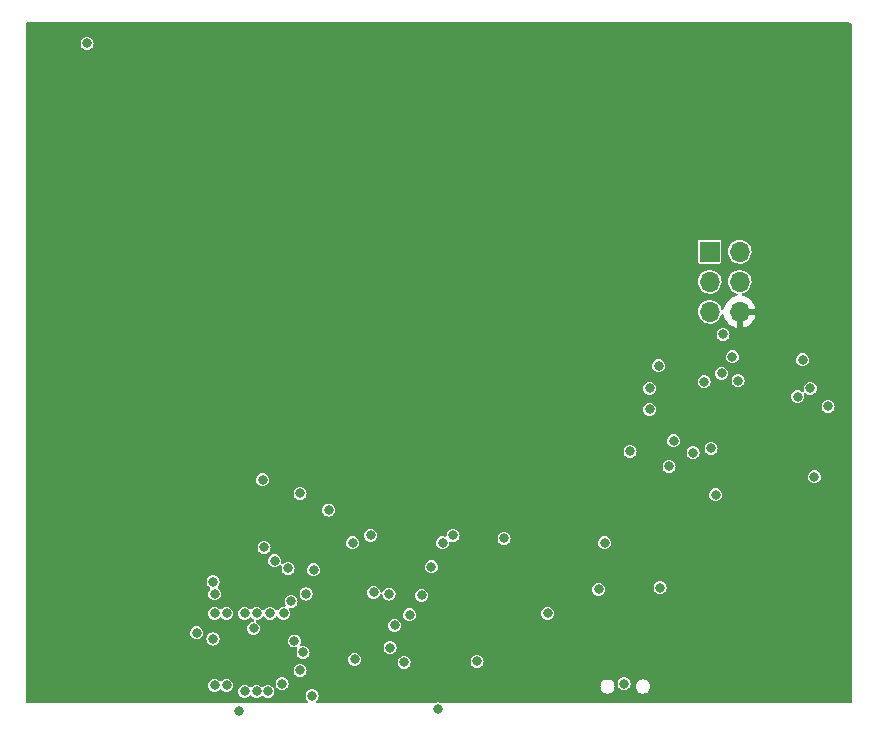
<source format=gbr>
%TF.GenerationSoftware,KiCad,Pcbnew,(6.0.0)*%
%TF.CreationDate,2022-05-08T17:08:30-04:00*%
%TF.ProjectId,QR_ATTINY3217,51525f41-5454-4494-9e59-333231372e6b,rev?*%
%TF.SameCoordinates,Original*%
%TF.FileFunction,Copper,L2,Inr*%
%TF.FilePolarity,Positive*%
%FSLAX46Y46*%
G04 Gerber Fmt 4.6, Leading zero omitted, Abs format (unit mm)*
G04 Created by KiCad (PCBNEW (6.0.0)) date 2022-05-08 17:08:30*
%MOMM*%
%LPD*%
G01*
G04 APERTURE LIST*
%TA.AperFunction,ComponentPad*%
%ADD10R,1.700000X1.700000*%
%TD*%
%TA.AperFunction,ComponentPad*%
%ADD11O,1.700000X1.700000*%
%TD*%
%TA.AperFunction,ViaPad*%
%ADD12C,0.800000*%
%TD*%
G04 APERTURE END LIST*
D10*
%TO.N,/UDPI*%
%TO.C,J1*%
X169545000Y-88900000D03*
D11*
%TO.N,VCC*%
X172085000Y-88900000D03*
%TO.N,unconnected-(J1-Pad3)*%
X169545000Y-91440000D03*
%TO.N,unconnected-(J1-Pad4)*%
X172085000Y-91440000D03*
%TO.N,unconnected-(J1-Pad5)*%
X169545000Y-93980000D03*
%TO.N,GND*%
X172085000Y-93980000D03*
%TD*%
D12*
%TO.N,VCC*%
X168148000Y-105918000D03*
X165227000Y-98552000D03*
X165354000Y-117348000D03*
X170053000Y-109474000D03*
X155829000Y-119507000D03*
X134874000Y-124333000D03*
X136017000Y-115824000D03*
%TO.N,SEG_IN2*%
X131826000Y-113919000D03*
X130937000Y-120777000D03*
%TO.N,SEG_IN2_ENABLE*%
X169672000Y-105537000D03*
X127497500Y-121676500D03*
%TO.N,SEG_IN0*%
X135128000Y-122809000D03*
%TO.N,SEG_IN1*%
X134384343Y-121839989D03*
%TO.N,SEG_IN0*%
X133858000Y-115697000D03*
X137287000Y-110765000D03*
%TO.N,GND*%
X170815000Y-106436500D03*
%TO.N,SEG_IN1*%
X132715000Y-115062000D03*
X134874000Y-109347000D03*
%TO.N,Net-(DS1-Pad3)*%
X160147000Y-117475000D03*
X142494000Y-122428000D03*
%TO.N,Net-(DS1-Pad8)*%
X141097000Y-117729000D03*
X144145000Y-119634000D03*
%TO.N,VCC*%
X160655000Y-113538000D03*
%TO.N,Net-(BT1-Pad2)*%
X129667000Y-127762000D03*
X162306000Y-125476000D03*
%TO.N,GND*%
X130876556Y-113908500D03*
X128397000Y-116164500D03*
%TO.N,SEG_IN1_ENABLE*%
X131699000Y-108204000D03*
X166497000Y-104902000D03*
%TO.N,Net-(SW3-Pad1)*%
X164465000Y-102235000D03*
X164465000Y-100457000D03*
X170561000Y-99187000D03*
X162814000Y-105791000D03*
%TO.N,Net-(D3-Pad2)*%
X179578000Y-101981000D03*
X166116000Y-107061000D03*
%TO.N,Net-(SW1-Pad1)*%
X116840000Y-71247000D03*
X176991135Y-101172135D03*
%TO.N,Net-(D1-Pad2)*%
X178058142Y-100455320D03*
X169081081Y-99904919D03*
%TO.N,Net-(SW4-Pad1)*%
X177419000Y-98044000D03*
X171958000Y-99822000D03*
%TO.N,Net-(JP1-Pad1)*%
X178420000Y-107950000D03*
%TO.N,VCC*%
X170688000Y-95885000D03*
%TO.N,Net-(JP2-Pad1)*%
X171465000Y-97790000D03*
%TO.N,GND*%
X141859000Y-123571000D03*
X174752000Y-93980000D03*
X179705000Y-109347000D03*
X175514000Y-104521000D03*
X179832000Y-74168000D03*
X178308000Y-83693000D03*
X178181000Y-111760000D03*
X179832000Y-124333000D03*
X161417000Y-123952000D03*
X128640500Y-120590989D03*
X126102839Y-122679661D03*
X120015000Y-125349000D03*
X119888000Y-109855000D03*
X121158000Y-83693000D03*
X122682000Y-73787000D03*
%TO.N,SEG_D*%
X139495000Y-123395000D03*
X146558000Y-127599502D03*
%TO.N,SEG_C*%
X143680000Y-123655000D03*
X149860000Y-123571000D03*
%TO.N,SEG_E*%
X135890000Y-126492000D03*
%TO.N,SEG_B*%
X152146000Y-113157000D03*
X145980498Y-115570000D03*
%TO.N,SEG_A*%
X142395500Y-117884500D03*
X145161000Y-117983000D03*
%TO.N,SEG_F*%
X140843000Y-112903000D03*
X147828000Y-112903000D03*
%TO.N,SEG_G*%
X139319000Y-113538000D03*
X146939000Y-113538000D03*
%TO.N,SEG_DP*%
X126100500Y-121158000D03*
X127508000Y-116840000D03*
X142875000Y-120523000D03*
%TO.N,SEG_G*%
X127635000Y-117856000D03*
X135382000Y-117866500D03*
%TO.N,SEG_F*%
X134112000Y-118491000D03*
%TO.N,SEG_A*%
X133477000Y-119507000D03*
X133350000Y-125476000D03*
%TO.N,SEG_B*%
X132140503Y-126111000D03*
X132334000Y-119507000D03*
%TO.N,SEG_C*%
X131191000Y-126111000D03*
X131191000Y-119507000D03*
%TO.N,SEG_D*%
X130175589Y-119507589D03*
X130175000Y-126111000D03*
%TO.N,SEG_E*%
X128651000Y-119507000D03*
X128651000Y-125603000D03*
%TO.N,SEG_F*%
X127635000Y-125603000D03*
X127635000Y-119507000D03*
%TD*%
%TA.AperFunction,Conductor*%
%TO.N,GND*%
G36*
X181378457Y-69489002D02*
G01*
X181385384Y-69493789D01*
X181417639Y-69517710D01*
X181418629Y-69518445D01*
X181428185Y-69526288D01*
X181568616Y-69653567D01*
X181605658Y-69714135D01*
X181610000Y-69746927D01*
X181610000Y-127001000D01*
X181589998Y-127069121D01*
X181536342Y-127115614D01*
X181484000Y-127127000D01*
X146880869Y-127127000D01*
X146832652Y-127117409D01*
X146709343Y-127066334D01*
X146701709Y-127063172D01*
X146558000Y-127044252D01*
X146414291Y-127063172D01*
X146406657Y-127066334D01*
X146283348Y-127117409D01*
X146235131Y-127127000D01*
X136337930Y-127127000D01*
X136269809Y-127106998D01*
X136223316Y-127053342D01*
X136213212Y-126983068D01*
X136242706Y-126918488D01*
X136261226Y-126901038D01*
X136276071Y-126889647D01*
X136282621Y-126884621D01*
X136370861Y-126769625D01*
X136426330Y-126635709D01*
X136445250Y-126492000D01*
X136426330Y-126348291D01*
X136370861Y-126214375D01*
X136282621Y-126099379D01*
X136167625Y-126011139D01*
X136033709Y-125955670D01*
X135890000Y-125936750D01*
X135746291Y-125955670D01*
X135612375Y-126011139D01*
X135497379Y-126099379D01*
X135409139Y-126214375D01*
X135353670Y-126348291D01*
X135334750Y-126492000D01*
X135353670Y-126635709D01*
X135409139Y-126769625D01*
X135497379Y-126884621D01*
X135503929Y-126889647D01*
X135518774Y-126901038D01*
X135560641Y-126958376D01*
X135564863Y-127029247D01*
X135530099Y-127091149D01*
X135467386Y-127124431D01*
X135442070Y-127127000D01*
X111759000Y-127127000D01*
X111690879Y-127106998D01*
X111644386Y-127053342D01*
X111633000Y-127001000D01*
X111633000Y-125603000D01*
X127079750Y-125603000D01*
X127098670Y-125746709D01*
X127154139Y-125880625D01*
X127242379Y-125995621D01*
X127357375Y-126083861D01*
X127491291Y-126139330D01*
X127635000Y-126158250D01*
X127778709Y-126139330D01*
X127912625Y-126083861D01*
X128027621Y-125995621D01*
X128043040Y-125975527D01*
X128100375Y-125933662D01*
X128171246Y-125929440D01*
X128233149Y-125964204D01*
X128242952Y-125975517D01*
X128258379Y-125995621D01*
X128373375Y-126083861D01*
X128507291Y-126139330D01*
X128651000Y-126158250D01*
X128794709Y-126139330D01*
X128863105Y-126111000D01*
X129619750Y-126111000D01*
X129638670Y-126254709D01*
X129694139Y-126388625D01*
X129782379Y-126503621D01*
X129897375Y-126591861D01*
X130031291Y-126647330D01*
X130175000Y-126666250D01*
X130318709Y-126647330D01*
X130452625Y-126591861D01*
X130567621Y-126503621D01*
X130583040Y-126483527D01*
X130640375Y-126441662D01*
X130711246Y-126437440D01*
X130773149Y-126472204D01*
X130782952Y-126483517D01*
X130798379Y-126503621D01*
X130913375Y-126591861D01*
X131047291Y-126647330D01*
X131191000Y-126666250D01*
X131334709Y-126647330D01*
X131468625Y-126591861D01*
X131583621Y-126503621D01*
X131584507Y-126504775D01*
X131638968Y-126475036D01*
X131709783Y-126480101D01*
X131747388Y-126504265D01*
X131747882Y-126503621D01*
X131862878Y-126591861D01*
X131996794Y-126647330D01*
X132140503Y-126666250D01*
X132284212Y-126647330D01*
X132418128Y-126591861D01*
X132533124Y-126503621D01*
X132621364Y-126388625D01*
X132676833Y-126254709D01*
X132695753Y-126111000D01*
X132676833Y-125967291D01*
X132621364Y-125833375D01*
X132533124Y-125718379D01*
X132418128Y-125630139D01*
X132284212Y-125574670D01*
X132140503Y-125555750D01*
X131996794Y-125574670D01*
X131862878Y-125630139D01*
X131747882Y-125718379D01*
X131746998Y-125717227D01*
X131692523Y-125746966D01*
X131621708Y-125741895D01*
X131584117Y-125717733D01*
X131583621Y-125718379D01*
X131468625Y-125630139D01*
X131334709Y-125574670D01*
X131191000Y-125555750D01*
X131047291Y-125574670D01*
X130913375Y-125630139D01*
X130798379Y-125718379D01*
X130782960Y-125738473D01*
X130725625Y-125780338D01*
X130654754Y-125784560D01*
X130592851Y-125749796D01*
X130583048Y-125738483D01*
X130567621Y-125718379D01*
X130452625Y-125630139D01*
X130318709Y-125574670D01*
X130175000Y-125555750D01*
X130031291Y-125574670D01*
X129897375Y-125630139D01*
X129782379Y-125718379D01*
X129694139Y-125833375D01*
X129638670Y-125967291D01*
X129619750Y-126111000D01*
X128863105Y-126111000D01*
X128928625Y-126083861D01*
X129043621Y-125995621D01*
X129131861Y-125880625D01*
X129187330Y-125746709D01*
X129206250Y-125603000D01*
X129189530Y-125476000D01*
X132794750Y-125476000D01*
X132813670Y-125619709D01*
X132869139Y-125753625D01*
X132957379Y-125868621D01*
X133072375Y-125956861D01*
X133206291Y-126012330D01*
X133350000Y-126031250D01*
X133493709Y-126012330D01*
X133627625Y-125956861D01*
X133742621Y-125868621D01*
X133830861Y-125753625D01*
X133853073Y-125700000D01*
X160294318Y-125700000D01*
X160314956Y-125856762D01*
X160375464Y-126002841D01*
X160471718Y-126128282D01*
X160478264Y-126133305D01*
X160486116Y-126139330D01*
X160597159Y-126224536D01*
X160743238Y-126285044D01*
X160860639Y-126300500D01*
X160939361Y-126300500D01*
X161056762Y-126285044D01*
X161202841Y-126224536D01*
X161313884Y-126139330D01*
X161321736Y-126133305D01*
X161328282Y-126128282D01*
X161424536Y-126002841D01*
X161485044Y-125856762D01*
X161505682Y-125700000D01*
X161485044Y-125543238D01*
X161457193Y-125476000D01*
X161750750Y-125476000D01*
X161769670Y-125619709D01*
X161825139Y-125753625D01*
X161913379Y-125868621D01*
X162028375Y-125956861D01*
X162162291Y-126012330D01*
X162306000Y-126031250D01*
X162449709Y-126012330D01*
X162583625Y-125956861D01*
X162698621Y-125868621D01*
X162786861Y-125753625D01*
X162809073Y-125700000D01*
X163294318Y-125700000D01*
X163314956Y-125856762D01*
X163375464Y-126002841D01*
X163471718Y-126128282D01*
X163478264Y-126133305D01*
X163486116Y-126139330D01*
X163597159Y-126224536D01*
X163743238Y-126285044D01*
X163860639Y-126300500D01*
X163939361Y-126300500D01*
X164056762Y-126285044D01*
X164202841Y-126224536D01*
X164313884Y-126139330D01*
X164321736Y-126133305D01*
X164328282Y-126128282D01*
X164424536Y-126002841D01*
X164485044Y-125856762D01*
X164505682Y-125700000D01*
X164485044Y-125543238D01*
X164424536Y-125397159D01*
X164328282Y-125271718D01*
X164202841Y-125175464D01*
X164056762Y-125114956D01*
X163939361Y-125099500D01*
X163860639Y-125099500D01*
X163743238Y-125114956D01*
X163597159Y-125175464D01*
X163471718Y-125271718D01*
X163375464Y-125397159D01*
X163314956Y-125543238D01*
X163294318Y-125700000D01*
X162809073Y-125700000D01*
X162842330Y-125619709D01*
X162861250Y-125476000D01*
X162842330Y-125332291D01*
X162786861Y-125198375D01*
X162698621Y-125083379D01*
X162583625Y-124995139D01*
X162449709Y-124939670D01*
X162306000Y-124920750D01*
X162162291Y-124939670D01*
X162028375Y-124995139D01*
X161913379Y-125083379D01*
X161825139Y-125198375D01*
X161769670Y-125332291D01*
X161750750Y-125476000D01*
X161457193Y-125476000D01*
X161424536Y-125397159D01*
X161328282Y-125271718D01*
X161202841Y-125175464D01*
X161056762Y-125114956D01*
X160939361Y-125099500D01*
X160860639Y-125099500D01*
X160743238Y-125114956D01*
X160597159Y-125175464D01*
X160471718Y-125271718D01*
X160375464Y-125397159D01*
X160314956Y-125543238D01*
X160294318Y-125700000D01*
X133853073Y-125700000D01*
X133886330Y-125619709D01*
X133905250Y-125476000D01*
X133886330Y-125332291D01*
X133830861Y-125198375D01*
X133742621Y-125083379D01*
X133627625Y-124995139D01*
X133493709Y-124939670D01*
X133350000Y-124920750D01*
X133206291Y-124939670D01*
X133072375Y-124995139D01*
X132957379Y-125083379D01*
X132869139Y-125198375D01*
X132813670Y-125332291D01*
X132794750Y-125476000D01*
X129189530Y-125476000D01*
X129187330Y-125459291D01*
X129131861Y-125325375D01*
X129043621Y-125210379D01*
X128928625Y-125122139D01*
X128794709Y-125066670D01*
X128651000Y-125047750D01*
X128507291Y-125066670D01*
X128373375Y-125122139D01*
X128258379Y-125210379D01*
X128242960Y-125230473D01*
X128185625Y-125272338D01*
X128114754Y-125276560D01*
X128052851Y-125241796D01*
X128043048Y-125230483D01*
X128027621Y-125210379D01*
X127912625Y-125122139D01*
X127778709Y-125066670D01*
X127635000Y-125047750D01*
X127491291Y-125066670D01*
X127357375Y-125122139D01*
X127242379Y-125210379D01*
X127154139Y-125325375D01*
X127098670Y-125459291D01*
X127079750Y-125603000D01*
X111633000Y-125603000D01*
X111633000Y-124333000D01*
X134318750Y-124333000D01*
X134337670Y-124476709D01*
X134393139Y-124610625D01*
X134481379Y-124725621D01*
X134596375Y-124813861D01*
X134730291Y-124869330D01*
X134874000Y-124888250D01*
X135017709Y-124869330D01*
X135151625Y-124813861D01*
X135266621Y-124725621D01*
X135354861Y-124610625D01*
X135410330Y-124476709D01*
X135429250Y-124333000D01*
X135410330Y-124189291D01*
X135354861Y-124055375D01*
X135266621Y-123940379D01*
X135151625Y-123852139D01*
X135017709Y-123796670D01*
X134874000Y-123777750D01*
X134730291Y-123796670D01*
X134596375Y-123852139D01*
X134481379Y-123940379D01*
X134393139Y-124055375D01*
X134337670Y-124189291D01*
X134318750Y-124333000D01*
X111633000Y-124333000D01*
X111633000Y-123395000D01*
X138939750Y-123395000D01*
X138958670Y-123538709D01*
X139014139Y-123672625D01*
X139102379Y-123787621D01*
X139217375Y-123875861D01*
X139351291Y-123931330D01*
X139495000Y-123950250D01*
X139638709Y-123931330D01*
X139772625Y-123875861D01*
X139887621Y-123787621D01*
X139975861Y-123672625D01*
X139983161Y-123655000D01*
X143124750Y-123655000D01*
X143143670Y-123798709D01*
X143199139Y-123932625D01*
X143287379Y-124047621D01*
X143402375Y-124135861D01*
X143536291Y-124191330D01*
X143680000Y-124210250D01*
X143823709Y-124191330D01*
X143957625Y-124135861D01*
X144072621Y-124047621D01*
X144160861Y-123932625D01*
X144216330Y-123798709D01*
X144235250Y-123655000D01*
X144224191Y-123571000D01*
X149304750Y-123571000D01*
X149323670Y-123714709D01*
X149379139Y-123848625D01*
X149467379Y-123963621D01*
X149582375Y-124051861D01*
X149716291Y-124107330D01*
X149860000Y-124126250D01*
X150003709Y-124107330D01*
X150137625Y-124051861D01*
X150252621Y-123963621D01*
X150340861Y-123848625D01*
X150396330Y-123714709D01*
X150415250Y-123571000D01*
X150396330Y-123427291D01*
X150340861Y-123293375D01*
X150252621Y-123178379D01*
X150137625Y-123090139D01*
X150003709Y-123034670D01*
X149860000Y-123015750D01*
X149716291Y-123034670D01*
X149582375Y-123090139D01*
X149467379Y-123178379D01*
X149379139Y-123293375D01*
X149323670Y-123427291D01*
X149304750Y-123571000D01*
X144224191Y-123571000D01*
X144216330Y-123511291D01*
X144160861Y-123377375D01*
X144072621Y-123262379D01*
X143957625Y-123174139D01*
X143823709Y-123118670D01*
X143680000Y-123099750D01*
X143536291Y-123118670D01*
X143402375Y-123174139D01*
X143287379Y-123262379D01*
X143199139Y-123377375D01*
X143143670Y-123511291D01*
X143124750Y-123655000D01*
X139983161Y-123655000D01*
X140031330Y-123538709D01*
X140050250Y-123395000D01*
X140031330Y-123251291D01*
X139975861Y-123117375D01*
X139887621Y-123002379D01*
X139772625Y-122914139D01*
X139638709Y-122858670D01*
X139495000Y-122839750D01*
X139351291Y-122858670D01*
X139217375Y-122914139D01*
X139102379Y-123002379D01*
X139014139Y-123117375D01*
X138958670Y-123251291D01*
X138939750Y-123395000D01*
X111633000Y-123395000D01*
X111633000Y-121158000D01*
X125545250Y-121158000D01*
X125564170Y-121301709D01*
X125619639Y-121435625D01*
X125707879Y-121550621D01*
X125822875Y-121638861D01*
X125956791Y-121694330D01*
X126100500Y-121713250D01*
X126244209Y-121694330D01*
X126287255Y-121676500D01*
X126942250Y-121676500D01*
X126961170Y-121820209D01*
X127016639Y-121954125D01*
X127104879Y-122069121D01*
X127219875Y-122157361D01*
X127353791Y-122212830D01*
X127497500Y-122231750D01*
X127641209Y-122212830D01*
X127775125Y-122157361D01*
X127890121Y-122069121D01*
X127978361Y-121954125D01*
X128025637Y-121839989D01*
X133829093Y-121839989D01*
X133848013Y-121983698D01*
X133903482Y-122117614D01*
X133991722Y-122232610D01*
X134106718Y-122320850D01*
X134240634Y-122376319D01*
X134384343Y-122395239D01*
X134505567Y-122379279D01*
X134575715Y-122390218D01*
X134628814Y-122437346D01*
X134648004Y-122505700D01*
X134638422Y-122552418D01*
X134594832Y-122657657D01*
X134591670Y-122665291D01*
X134572750Y-122809000D01*
X134591670Y-122952709D01*
X134647139Y-123086625D01*
X134735379Y-123201621D01*
X134850375Y-123289861D01*
X134984291Y-123345330D01*
X135128000Y-123364250D01*
X135271709Y-123345330D01*
X135405625Y-123289861D01*
X135520621Y-123201621D01*
X135608861Y-123086625D01*
X135664330Y-122952709D01*
X135683250Y-122809000D01*
X135664330Y-122665291D01*
X135608861Y-122531375D01*
X135529538Y-122428000D01*
X141938750Y-122428000D01*
X141957670Y-122571709D01*
X142013139Y-122705625D01*
X142101379Y-122820621D01*
X142216375Y-122908861D01*
X142350291Y-122964330D01*
X142494000Y-122983250D01*
X142637709Y-122964330D01*
X142771625Y-122908861D01*
X142886621Y-122820621D01*
X142974861Y-122705625D01*
X143030330Y-122571709D01*
X143049250Y-122428000D01*
X143030330Y-122284291D01*
X142974861Y-122150375D01*
X142886621Y-122035379D01*
X142771625Y-121947139D01*
X142637709Y-121891670D01*
X142494000Y-121872750D01*
X142350291Y-121891670D01*
X142216375Y-121947139D01*
X142101379Y-122035379D01*
X142013139Y-122150375D01*
X141957670Y-122284291D01*
X141938750Y-122428000D01*
X135529538Y-122428000D01*
X135520621Y-122416379D01*
X135405625Y-122328139D01*
X135271709Y-122272670D01*
X135128000Y-122253750D01*
X135006776Y-122269710D01*
X134936628Y-122258771D01*
X134883529Y-122211643D01*
X134864339Y-122143289D01*
X134873921Y-122096571D01*
X134917511Y-121991332D01*
X134917512Y-121991329D01*
X134920673Y-121983698D01*
X134939593Y-121839989D01*
X134920673Y-121696280D01*
X134865204Y-121562364D01*
X134776964Y-121447368D01*
X134661968Y-121359128D01*
X134528052Y-121303659D01*
X134384343Y-121284739D01*
X134240634Y-121303659D01*
X134106718Y-121359128D01*
X133991722Y-121447368D01*
X133903482Y-121562364D01*
X133848013Y-121696280D01*
X133829093Y-121839989D01*
X128025637Y-121839989D01*
X128033830Y-121820209D01*
X128052750Y-121676500D01*
X128033830Y-121532791D01*
X127978361Y-121398875D01*
X127890121Y-121283879D01*
X127775125Y-121195639D01*
X127641209Y-121140170D01*
X127497500Y-121121250D01*
X127353791Y-121140170D01*
X127219875Y-121195639D01*
X127104879Y-121283879D01*
X127016639Y-121398875D01*
X126961170Y-121532791D01*
X126942250Y-121676500D01*
X126287255Y-121676500D01*
X126378125Y-121638861D01*
X126493121Y-121550621D01*
X126581361Y-121435625D01*
X126636830Y-121301709D01*
X126655750Y-121158000D01*
X126636830Y-121014291D01*
X126581361Y-120880375D01*
X126493121Y-120765379D01*
X126378125Y-120677139D01*
X126244209Y-120621670D01*
X126100500Y-120602750D01*
X125956791Y-120621670D01*
X125822875Y-120677139D01*
X125707879Y-120765379D01*
X125619639Y-120880375D01*
X125564170Y-121014291D01*
X125545250Y-121158000D01*
X111633000Y-121158000D01*
X111633000Y-119507000D01*
X127079750Y-119507000D01*
X127098670Y-119650709D01*
X127154139Y-119784625D01*
X127242379Y-119899621D01*
X127357375Y-119987861D01*
X127491291Y-120043330D01*
X127635000Y-120062250D01*
X127778709Y-120043330D01*
X127912625Y-119987861D01*
X128027621Y-119899621D01*
X128043040Y-119879527D01*
X128100375Y-119837662D01*
X128171246Y-119833440D01*
X128233149Y-119868204D01*
X128242952Y-119879517D01*
X128258379Y-119899621D01*
X128373375Y-119987861D01*
X128507291Y-120043330D01*
X128651000Y-120062250D01*
X128794709Y-120043330D01*
X128928625Y-119987861D01*
X129043621Y-119899621D01*
X129131861Y-119784625D01*
X129187330Y-119650709D01*
X129206172Y-119507589D01*
X129620339Y-119507589D01*
X129639259Y-119651298D01*
X129694728Y-119785214D01*
X129782968Y-119900210D01*
X129897964Y-119988450D01*
X130031880Y-120043919D01*
X130175589Y-120062839D01*
X130319298Y-120043919D01*
X130453214Y-119988450D01*
X130568210Y-119900210D01*
X130583560Y-119880206D01*
X130640895Y-119838341D01*
X130711766Y-119834119D01*
X130773669Y-119868883D01*
X130783480Y-119880205D01*
X130793005Y-119892617D01*
X130798379Y-119899621D01*
X130913375Y-119987861D01*
X130921003Y-119991020D01*
X130927949Y-119995031D01*
X130976942Y-120046415D01*
X130990376Y-120116129D01*
X130963988Y-120182039D01*
X130906155Y-120223220D01*
X130881394Y-120229071D01*
X130793291Y-120240670D01*
X130659375Y-120296139D01*
X130544379Y-120384379D01*
X130456139Y-120499375D01*
X130400670Y-120633291D01*
X130381750Y-120777000D01*
X130400670Y-120920709D01*
X130456139Y-121054625D01*
X130544379Y-121169621D01*
X130659375Y-121257861D01*
X130793291Y-121313330D01*
X130937000Y-121332250D01*
X131080709Y-121313330D01*
X131214625Y-121257861D01*
X131329621Y-121169621D01*
X131417861Y-121054625D01*
X131473330Y-120920709D01*
X131492250Y-120777000D01*
X131473330Y-120633291D01*
X131427647Y-120523000D01*
X142319750Y-120523000D01*
X142338670Y-120666709D01*
X142394139Y-120800625D01*
X142482379Y-120915621D01*
X142597375Y-121003861D01*
X142731291Y-121059330D01*
X142875000Y-121078250D01*
X143018709Y-121059330D01*
X143152625Y-121003861D01*
X143267621Y-120915621D01*
X143355861Y-120800625D01*
X143411330Y-120666709D01*
X143430250Y-120523000D01*
X143411330Y-120379291D01*
X143355861Y-120245375D01*
X143267621Y-120130379D01*
X143152625Y-120042139D01*
X143018709Y-119986670D01*
X142875000Y-119967750D01*
X142731291Y-119986670D01*
X142597375Y-120042139D01*
X142482379Y-120130379D01*
X142394139Y-120245375D01*
X142338670Y-120379291D01*
X142319750Y-120523000D01*
X131427647Y-120523000D01*
X131417861Y-120499375D01*
X131329621Y-120384379D01*
X131214625Y-120296139D01*
X131206996Y-120292979D01*
X131200051Y-120288969D01*
X131151058Y-120237585D01*
X131137624Y-120167871D01*
X131164012Y-120101961D01*
X131221845Y-120060780D01*
X131246607Y-120054929D01*
X131334709Y-120043330D01*
X131468625Y-119987861D01*
X131583621Y-119899621D01*
X131662538Y-119796775D01*
X131719876Y-119754908D01*
X131790747Y-119750686D01*
X131852650Y-119785450D01*
X131862462Y-119796775D01*
X131941379Y-119899621D01*
X132056375Y-119987861D01*
X132190291Y-120043330D01*
X132334000Y-120062250D01*
X132477709Y-120043330D01*
X132611625Y-119987861D01*
X132726621Y-119899621D01*
X132805538Y-119796775D01*
X132862876Y-119754908D01*
X132933747Y-119750686D01*
X132995650Y-119785450D01*
X133005462Y-119796775D01*
X133084379Y-119899621D01*
X133199375Y-119987861D01*
X133333291Y-120043330D01*
X133477000Y-120062250D01*
X133620709Y-120043330D01*
X133754625Y-119987861D01*
X133869621Y-119899621D01*
X133957861Y-119784625D01*
X134013330Y-119650709D01*
X134015530Y-119634000D01*
X143589750Y-119634000D01*
X143608670Y-119777709D01*
X143664139Y-119911625D01*
X143752379Y-120026621D01*
X143867375Y-120114861D01*
X144001291Y-120170330D01*
X144145000Y-120189250D01*
X144288709Y-120170330D01*
X144422625Y-120114861D01*
X144537621Y-120026621D01*
X144625861Y-119911625D01*
X144681330Y-119777709D01*
X144700250Y-119634000D01*
X144683530Y-119507000D01*
X155273750Y-119507000D01*
X155292670Y-119650709D01*
X155348139Y-119784625D01*
X155436379Y-119899621D01*
X155551375Y-119987861D01*
X155685291Y-120043330D01*
X155829000Y-120062250D01*
X155972709Y-120043330D01*
X156106625Y-119987861D01*
X156221621Y-119899621D01*
X156309861Y-119784625D01*
X156365330Y-119650709D01*
X156384250Y-119507000D01*
X156365330Y-119363291D01*
X156309861Y-119229375D01*
X156221621Y-119114379D01*
X156106625Y-119026139D01*
X155972709Y-118970670D01*
X155829000Y-118951750D01*
X155685291Y-118970670D01*
X155551375Y-119026139D01*
X155436379Y-119114379D01*
X155348139Y-119229375D01*
X155292670Y-119363291D01*
X155273750Y-119507000D01*
X144683530Y-119507000D01*
X144681330Y-119490291D01*
X144625861Y-119356375D01*
X144537621Y-119241379D01*
X144422625Y-119153139D01*
X144288709Y-119097670D01*
X144145000Y-119078750D01*
X144001291Y-119097670D01*
X143867375Y-119153139D01*
X143752379Y-119241379D01*
X143664139Y-119356375D01*
X143608670Y-119490291D01*
X143589750Y-119634000D01*
X134015530Y-119634000D01*
X134032250Y-119507000D01*
X134013330Y-119363291D01*
X133957861Y-119229375D01*
X133956503Y-119227605D01*
X133940423Y-119161323D01*
X133963643Y-119094231D01*
X134019450Y-119050344D01*
X134082727Y-119042396D01*
X134112000Y-119046250D01*
X134255709Y-119027330D01*
X134389625Y-118971861D01*
X134504621Y-118883621D01*
X134592861Y-118768625D01*
X134648330Y-118634709D01*
X134667250Y-118491000D01*
X134648330Y-118347291D01*
X134592861Y-118213375D01*
X134504621Y-118098379D01*
X134389625Y-118010139D01*
X134255709Y-117954670D01*
X134112000Y-117935750D01*
X133968291Y-117954670D01*
X133834375Y-118010139D01*
X133719379Y-118098379D01*
X133631139Y-118213375D01*
X133575670Y-118347291D01*
X133556750Y-118491000D01*
X133575670Y-118634709D01*
X133631139Y-118768625D01*
X133632497Y-118770395D01*
X133648577Y-118836677D01*
X133625357Y-118903769D01*
X133569550Y-118947656D01*
X133506273Y-118955604D01*
X133485188Y-118952828D01*
X133477000Y-118951750D01*
X133333291Y-118970670D01*
X133199375Y-119026139D01*
X133084379Y-119114379D01*
X133079353Y-119120929D01*
X133005462Y-119217225D01*
X132948124Y-119259092D01*
X132877253Y-119263314D01*
X132815350Y-119228550D01*
X132805538Y-119217225D01*
X132731647Y-119120929D01*
X132726621Y-119114379D01*
X132611625Y-119026139D01*
X132477709Y-118970670D01*
X132334000Y-118951750D01*
X132190291Y-118970670D01*
X132056375Y-119026139D01*
X131941379Y-119114379D01*
X131936353Y-119120929D01*
X131862462Y-119217225D01*
X131805124Y-119259092D01*
X131734253Y-119263314D01*
X131672350Y-119228550D01*
X131662538Y-119217225D01*
X131588647Y-119120929D01*
X131583621Y-119114379D01*
X131468625Y-119026139D01*
X131334709Y-118970670D01*
X131191000Y-118951750D01*
X131047291Y-118970670D01*
X130913375Y-119026139D01*
X130798379Y-119114379D01*
X130783029Y-119134383D01*
X130725694Y-119176248D01*
X130654823Y-119180470D01*
X130592920Y-119145706D01*
X130583109Y-119134384D01*
X130573236Y-119121518D01*
X130568210Y-119114968D01*
X130453214Y-119026728D01*
X130319298Y-118971259D01*
X130175589Y-118952339D01*
X130031880Y-118971259D01*
X129897964Y-119026728D01*
X129782968Y-119114968D01*
X129694728Y-119229964D01*
X129639259Y-119363880D01*
X129620339Y-119507589D01*
X129206172Y-119507589D01*
X129206250Y-119507000D01*
X129187330Y-119363291D01*
X129131861Y-119229375D01*
X129043621Y-119114379D01*
X128928625Y-119026139D01*
X128794709Y-118970670D01*
X128651000Y-118951750D01*
X128507291Y-118970670D01*
X128373375Y-119026139D01*
X128258379Y-119114379D01*
X128242960Y-119134473D01*
X128185625Y-119176338D01*
X128114754Y-119180560D01*
X128052851Y-119145796D01*
X128043048Y-119134483D01*
X128027621Y-119114379D01*
X127912625Y-119026139D01*
X127778709Y-118970670D01*
X127635000Y-118951750D01*
X127491291Y-118970670D01*
X127357375Y-119026139D01*
X127242379Y-119114379D01*
X127154139Y-119229375D01*
X127098670Y-119363291D01*
X127079750Y-119507000D01*
X111633000Y-119507000D01*
X111633000Y-116840000D01*
X126952750Y-116840000D01*
X126971670Y-116983709D01*
X127027139Y-117117625D01*
X127115379Y-117232621D01*
X127206800Y-117302771D01*
X127248667Y-117360109D01*
X127252888Y-117430980D01*
X127230057Y-117479437D01*
X127220510Y-117491879D01*
X127154139Y-117578375D01*
X127098670Y-117712291D01*
X127079750Y-117856000D01*
X127098670Y-117999709D01*
X127154139Y-118133625D01*
X127242379Y-118248621D01*
X127357375Y-118336861D01*
X127491291Y-118392330D01*
X127635000Y-118411250D01*
X127778709Y-118392330D01*
X127912625Y-118336861D01*
X128027621Y-118248621D01*
X128115861Y-118133625D01*
X128171330Y-117999709D01*
X128188868Y-117866500D01*
X134826750Y-117866500D01*
X134845670Y-118010209D01*
X134901139Y-118144125D01*
X134989379Y-118259121D01*
X135104375Y-118347361D01*
X135238291Y-118402830D01*
X135382000Y-118421750D01*
X135525709Y-118402830D01*
X135659625Y-118347361D01*
X135774621Y-118259121D01*
X135862861Y-118144125D01*
X135918330Y-118010209D01*
X135937250Y-117866500D01*
X135919147Y-117729000D01*
X140541750Y-117729000D01*
X140560670Y-117872709D01*
X140616139Y-118006625D01*
X140704379Y-118121621D01*
X140819375Y-118209861D01*
X140953291Y-118265330D01*
X141097000Y-118284250D01*
X141240709Y-118265330D01*
X141374625Y-118209861D01*
X141489621Y-118121621D01*
X141577861Y-118006625D01*
X141600971Y-117950832D01*
X141609215Y-117930930D01*
X141653763Y-117875649D01*
X141721127Y-117853228D01*
X141789918Y-117870786D01*
X141838296Y-117922748D01*
X141850545Y-117962700D01*
X141859170Y-118028209D01*
X141914639Y-118162125D01*
X142002879Y-118277121D01*
X142117875Y-118365361D01*
X142251791Y-118420830D01*
X142395500Y-118439750D01*
X142539209Y-118420830D01*
X142673125Y-118365361D01*
X142788121Y-118277121D01*
X142876361Y-118162125D01*
X142931830Y-118028209D01*
X142937782Y-117983000D01*
X144605750Y-117983000D01*
X144624670Y-118126709D01*
X144680139Y-118260625D01*
X144768379Y-118375621D01*
X144883375Y-118463861D01*
X145017291Y-118519330D01*
X145161000Y-118538250D01*
X145304709Y-118519330D01*
X145438625Y-118463861D01*
X145553621Y-118375621D01*
X145641861Y-118260625D01*
X145697330Y-118126709D01*
X145716250Y-117983000D01*
X145697330Y-117839291D01*
X145641861Y-117705375D01*
X145553621Y-117590379D01*
X145438625Y-117502139D01*
X145373105Y-117475000D01*
X159591750Y-117475000D01*
X159610670Y-117618709D01*
X159666139Y-117752625D01*
X159754379Y-117867621D01*
X159869375Y-117955861D01*
X160003291Y-118011330D01*
X160147000Y-118030250D01*
X160290709Y-118011330D01*
X160424625Y-117955861D01*
X160539621Y-117867621D01*
X160627861Y-117752625D01*
X160683330Y-117618709D01*
X160702250Y-117475000D01*
X160685530Y-117348000D01*
X164798750Y-117348000D01*
X164817670Y-117491709D01*
X164873139Y-117625625D01*
X164961379Y-117740621D01*
X165076375Y-117828861D01*
X165210291Y-117884330D01*
X165354000Y-117903250D01*
X165497709Y-117884330D01*
X165631625Y-117828861D01*
X165746621Y-117740621D01*
X165834861Y-117625625D01*
X165890330Y-117491709D01*
X165909250Y-117348000D01*
X165890330Y-117204291D01*
X165834861Y-117070375D01*
X165746621Y-116955379D01*
X165631625Y-116867139D01*
X165497709Y-116811670D01*
X165354000Y-116792750D01*
X165210291Y-116811670D01*
X165076375Y-116867139D01*
X164961379Y-116955379D01*
X164873139Y-117070375D01*
X164817670Y-117204291D01*
X164798750Y-117348000D01*
X160685530Y-117348000D01*
X160683330Y-117331291D01*
X160627861Y-117197375D01*
X160539621Y-117082379D01*
X160424625Y-116994139D01*
X160290709Y-116938670D01*
X160147000Y-116919750D01*
X160003291Y-116938670D01*
X159869375Y-116994139D01*
X159754379Y-117082379D01*
X159666139Y-117197375D01*
X159610670Y-117331291D01*
X159591750Y-117475000D01*
X145373105Y-117475000D01*
X145304709Y-117446670D01*
X145161000Y-117427750D01*
X145017291Y-117446670D01*
X144883375Y-117502139D01*
X144768379Y-117590379D01*
X144680139Y-117705375D01*
X144624670Y-117839291D01*
X144605750Y-117983000D01*
X142937782Y-117983000D01*
X142950750Y-117884500D01*
X142931830Y-117740791D01*
X142876361Y-117606875D01*
X142788121Y-117491879D01*
X142673125Y-117403639D01*
X142539209Y-117348170D01*
X142395500Y-117329250D01*
X142251791Y-117348170D01*
X142117875Y-117403639D01*
X142002879Y-117491879D01*
X141914639Y-117606875D01*
X141904158Y-117632178D01*
X141883285Y-117682570D01*
X141838737Y-117737851D01*
X141771373Y-117760272D01*
X141702582Y-117742714D01*
X141654204Y-117690752D01*
X141641954Y-117650798D01*
X141637730Y-117618709D01*
X141633330Y-117585291D01*
X141577861Y-117451375D01*
X141489621Y-117336379D01*
X141374625Y-117248139D01*
X141240709Y-117192670D01*
X141097000Y-117173750D01*
X140953291Y-117192670D01*
X140819375Y-117248139D01*
X140704379Y-117336379D01*
X140616139Y-117451375D01*
X140560670Y-117585291D01*
X140541750Y-117729000D01*
X135919147Y-117729000D01*
X135918330Y-117722791D01*
X135862861Y-117588875D01*
X135774621Y-117473879D01*
X135659625Y-117385639D01*
X135525709Y-117330170D01*
X135382000Y-117311250D01*
X135238291Y-117330170D01*
X135104375Y-117385639D01*
X134989379Y-117473879D01*
X134901139Y-117588875D01*
X134845670Y-117722791D01*
X134826750Y-117866500D01*
X128188868Y-117866500D01*
X128190250Y-117856000D01*
X128171330Y-117712291D01*
X128115861Y-117578375D01*
X128027621Y-117463379D01*
X127936200Y-117393229D01*
X127894333Y-117335891D01*
X127890112Y-117265020D01*
X127912943Y-117216563D01*
X127944967Y-117174828D01*
X127988861Y-117117625D01*
X128044330Y-116983709D01*
X128063250Y-116840000D01*
X128044330Y-116696291D01*
X127988861Y-116562375D01*
X127900621Y-116447379D01*
X127785625Y-116359139D01*
X127651709Y-116303670D01*
X127508000Y-116284750D01*
X127364291Y-116303670D01*
X127230375Y-116359139D01*
X127115379Y-116447379D01*
X127027139Y-116562375D01*
X126971670Y-116696291D01*
X126952750Y-116840000D01*
X111633000Y-116840000D01*
X111633000Y-115062000D01*
X132159750Y-115062000D01*
X132178670Y-115205709D01*
X132234139Y-115339625D01*
X132322379Y-115454621D01*
X132437375Y-115542861D01*
X132571291Y-115598330D01*
X132715000Y-115617250D01*
X132858709Y-115598330D01*
X132992625Y-115542861D01*
X133107621Y-115454621D01*
X133109170Y-115452603D01*
X133169159Y-115419845D01*
X133239974Y-115424910D01*
X133296810Y-115467457D01*
X133321621Y-115533977D01*
X133320864Y-115559413D01*
X133302750Y-115697000D01*
X133321670Y-115840709D01*
X133377139Y-115974625D01*
X133465379Y-116089621D01*
X133580375Y-116177861D01*
X133714291Y-116233330D01*
X133858000Y-116252250D01*
X134001709Y-116233330D01*
X134135625Y-116177861D01*
X134250621Y-116089621D01*
X134338861Y-115974625D01*
X134394330Y-115840709D01*
X134396530Y-115824000D01*
X135461750Y-115824000D01*
X135480670Y-115967709D01*
X135536139Y-116101625D01*
X135624379Y-116216621D01*
X135739375Y-116304861D01*
X135873291Y-116360330D01*
X136017000Y-116379250D01*
X136160709Y-116360330D01*
X136294625Y-116304861D01*
X136409621Y-116216621D01*
X136497861Y-116101625D01*
X136553330Y-115967709D01*
X136572250Y-115824000D01*
X136553330Y-115680291D01*
X136507647Y-115570000D01*
X145425248Y-115570000D01*
X145444168Y-115713709D01*
X145499637Y-115847625D01*
X145587877Y-115962621D01*
X145702873Y-116050861D01*
X145836789Y-116106330D01*
X145980498Y-116125250D01*
X146124207Y-116106330D01*
X146258123Y-116050861D01*
X146373119Y-115962621D01*
X146461359Y-115847625D01*
X146516828Y-115713709D01*
X146535748Y-115570000D01*
X146516828Y-115426291D01*
X146461359Y-115292375D01*
X146373119Y-115177379D01*
X146258123Y-115089139D01*
X146124207Y-115033670D01*
X145980498Y-115014750D01*
X145836789Y-115033670D01*
X145702873Y-115089139D01*
X145587877Y-115177379D01*
X145499637Y-115292375D01*
X145444168Y-115426291D01*
X145425248Y-115570000D01*
X136507647Y-115570000D01*
X136497861Y-115546375D01*
X136409621Y-115431379D01*
X136294625Y-115343139D01*
X136160709Y-115287670D01*
X136017000Y-115268750D01*
X135873291Y-115287670D01*
X135739375Y-115343139D01*
X135624379Y-115431379D01*
X135536139Y-115546375D01*
X135480670Y-115680291D01*
X135461750Y-115824000D01*
X134396530Y-115824000D01*
X134413250Y-115697000D01*
X134394330Y-115553291D01*
X134338861Y-115419375D01*
X134250621Y-115304379D01*
X134135625Y-115216139D01*
X134001709Y-115160670D01*
X133858000Y-115141750D01*
X133714291Y-115160670D01*
X133580375Y-115216139D01*
X133465379Y-115304379D01*
X133463830Y-115306397D01*
X133403841Y-115339155D01*
X133333026Y-115334090D01*
X133276190Y-115291543D01*
X133251379Y-115225023D01*
X133252136Y-115199587D01*
X133269172Y-115070188D01*
X133270250Y-115062000D01*
X133251330Y-114918291D01*
X133195861Y-114784375D01*
X133107621Y-114669379D01*
X132992625Y-114581139D01*
X132858709Y-114525670D01*
X132715000Y-114506750D01*
X132571291Y-114525670D01*
X132437375Y-114581139D01*
X132322379Y-114669379D01*
X132234139Y-114784375D01*
X132178670Y-114918291D01*
X132159750Y-115062000D01*
X111633000Y-115062000D01*
X111633000Y-113919000D01*
X131270750Y-113919000D01*
X131289670Y-114062709D01*
X131345139Y-114196625D01*
X131433379Y-114311621D01*
X131548375Y-114399861D01*
X131682291Y-114455330D01*
X131826000Y-114474250D01*
X131969709Y-114455330D01*
X132103625Y-114399861D01*
X132218621Y-114311621D01*
X132306861Y-114196625D01*
X132362330Y-114062709D01*
X132381250Y-113919000D01*
X132362330Y-113775291D01*
X132306861Y-113641375D01*
X132227538Y-113538000D01*
X138763750Y-113538000D01*
X138782670Y-113681709D01*
X138838139Y-113815625D01*
X138926379Y-113930621D01*
X139041375Y-114018861D01*
X139175291Y-114074330D01*
X139319000Y-114093250D01*
X139462709Y-114074330D01*
X139596625Y-114018861D01*
X139711621Y-113930621D01*
X139799861Y-113815625D01*
X139855330Y-113681709D01*
X139874250Y-113538000D01*
X146383750Y-113538000D01*
X146402670Y-113681709D01*
X146458139Y-113815625D01*
X146546379Y-113930621D01*
X146661375Y-114018861D01*
X146795291Y-114074330D01*
X146939000Y-114093250D01*
X147082709Y-114074330D01*
X147216625Y-114018861D01*
X147331621Y-113930621D01*
X147419861Y-113815625D01*
X147475330Y-113681709D01*
X147494250Y-113538000D01*
X147496248Y-113538263D01*
X147513174Y-113480617D01*
X147566830Y-113434124D01*
X147637104Y-113424020D01*
X147667390Y-113432329D01*
X147684291Y-113439330D01*
X147828000Y-113458250D01*
X147971709Y-113439330D01*
X148105625Y-113383861D01*
X148220621Y-113295621D01*
X148308861Y-113180625D01*
X148318647Y-113157000D01*
X151590750Y-113157000D01*
X151609670Y-113300709D01*
X151665139Y-113434625D01*
X151753379Y-113549621D01*
X151868375Y-113637861D01*
X152002291Y-113693330D01*
X152146000Y-113712250D01*
X152289709Y-113693330D01*
X152423625Y-113637861D01*
X152538621Y-113549621D01*
X152547538Y-113538000D01*
X160099750Y-113538000D01*
X160118670Y-113681709D01*
X160174139Y-113815625D01*
X160262379Y-113930621D01*
X160377375Y-114018861D01*
X160511291Y-114074330D01*
X160655000Y-114093250D01*
X160798709Y-114074330D01*
X160932625Y-114018861D01*
X161047621Y-113930621D01*
X161135861Y-113815625D01*
X161191330Y-113681709D01*
X161210250Y-113538000D01*
X161191330Y-113394291D01*
X161135861Y-113260375D01*
X161047621Y-113145379D01*
X160932625Y-113057139D01*
X160798709Y-113001670D01*
X160655000Y-112982750D01*
X160511291Y-113001670D01*
X160377375Y-113057139D01*
X160262379Y-113145379D01*
X160174139Y-113260375D01*
X160118670Y-113394291D01*
X160099750Y-113538000D01*
X152547538Y-113538000D01*
X152626861Y-113434625D01*
X152682330Y-113300709D01*
X152701250Y-113157000D01*
X152682330Y-113013291D01*
X152626861Y-112879375D01*
X152538621Y-112764379D01*
X152423625Y-112676139D01*
X152289709Y-112620670D01*
X152146000Y-112601750D01*
X152002291Y-112620670D01*
X151868375Y-112676139D01*
X151753379Y-112764379D01*
X151665139Y-112879375D01*
X151609670Y-113013291D01*
X151590750Y-113157000D01*
X148318647Y-113157000D01*
X148364330Y-113046709D01*
X148383250Y-112903000D01*
X148364330Y-112759291D01*
X148308861Y-112625375D01*
X148220621Y-112510379D01*
X148105625Y-112422139D01*
X147971709Y-112366670D01*
X147828000Y-112347750D01*
X147684291Y-112366670D01*
X147550375Y-112422139D01*
X147435379Y-112510379D01*
X147347139Y-112625375D01*
X147291670Y-112759291D01*
X147272750Y-112903000D01*
X147270752Y-112902737D01*
X147253826Y-112960383D01*
X147200170Y-113006876D01*
X147129896Y-113016980D01*
X147099610Y-113008671D01*
X147082709Y-113001670D01*
X146939000Y-112982750D01*
X146795291Y-113001670D01*
X146661375Y-113057139D01*
X146546379Y-113145379D01*
X146458139Y-113260375D01*
X146402670Y-113394291D01*
X146383750Y-113538000D01*
X139874250Y-113538000D01*
X139855330Y-113394291D01*
X139799861Y-113260375D01*
X139711621Y-113145379D01*
X139596625Y-113057139D01*
X139462709Y-113001670D01*
X139319000Y-112982750D01*
X139175291Y-113001670D01*
X139041375Y-113057139D01*
X138926379Y-113145379D01*
X138838139Y-113260375D01*
X138782670Y-113394291D01*
X138763750Y-113538000D01*
X132227538Y-113538000D01*
X132218621Y-113526379D01*
X132103625Y-113438139D01*
X131969709Y-113382670D01*
X131826000Y-113363750D01*
X131682291Y-113382670D01*
X131548375Y-113438139D01*
X131433379Y-113526379D01*
X131345139Y-113641375D01*
X131289670Y-113775291D01*
X131270750Y-113919000D01*
X111633000Y-113919000D01*
X111633000Y-112903000D01*
X140287750Y-112903000D01*
X140306670Y-113046709D01*
X140362139Y-113180625D01*
X140450379Y-113295621D01*
X140565375Y-113383861D01*
X140699291Y-113439330D01*
X140843000Y-113458250D01*
X140986709Y-113439330D01*
X141120625Y-113383861D01*
X141235621Y-113295621D01*
X141323861Y-113180625D01*
X141379330Y-113046709D01*
X141398250Y-112903000D01*
X141379330Y-112759291D01*
X141323861Y-112625375D01*
X141235621Y-112510379D01*
X141120625Y-112422139D01*
X140986709Y-112366670D01*
X140843000Y-112347750D01*
X140699291Y-112366670D01*
X140565375Y-112422139D01*
X140450379Y-112510379D01*
X140362139Y-112625375D01*
X140306670Y-112759291D01*
X140287750Y-112903000D01*
X111633000Y-112903000D01*
X111633000Y-110765000D01*
X136731750Y-110765000D01*
X136750670Y-110908709D01*
X136806139Y-111042625D01*
X136894379Y-111157621D01*
X137009375Y-111245861D01*
X137143291Y-111301330D01*
X137287000Y-111320250D01*
X137430709Y-111301330D01*
X137564625Y-111245861D01*
X137679621Y-111157621D01*
X137767861Y-111042625D01*
X137823330Y-110908709D01*
X137842250Y-110765000D01*
X137823330Y-110621291D01*
X137767861Y-110487375D01*
X137679621Y-110372379D01*
X137564625Y-110284139D01*
X137430709Y-110228670D01*
X137287000Y-110209750D01*
X137143291Y-110228670D01*
X137009375Y-110284139D01*
X136894379Y-110372379D01*
X136806139Y-110487375D01*
X136750670Y-110621291D01*
X136731750Y-110765000D01*
X111633000Y-110765000D01*
X111633000Y-109347000D01*
X134318750Y-109347000D01*
X134337670Y-109490709D01*
X134393139Y-109624625D01*
X134481379Y-109739621D01*
X134596375Y-109827861D01*
X134730291Y-109883330D01*
X134874000Y-109902250D01*
X135017709Y-109883330D01*
X135151625Y-109827861D01*
X135266621Y-109739621D01*
X135354861Y-109624625D01*
X135410330Y-109490709D01*
X135412530Y-109474000D01*
X169497750Y-109474000D01*
X169516670Y-109617709D01*
X169572139Y-109751625D01*
X169660379Y-109866621D01*
X169775375Y-109954861D01*
X169909291Y-110010330D01*
X170053000Y-110029250D01*
X170196709Y-110010330D01*
X170330625Y-109954861D01*
X170445621Y-109866621D01*
X170533861Y-109751625D01*
X170589330Y-109617709D01*
X170608250Y-109474000D01*
X170589330Y-109330291D01*
X170533861Y-109196375D01*
X170445621Y-109081379D01*
X170330625Y-108993139D01*
X170196709Y-108937670D01*
X170053000Y-108918750D01*
X169909291Y-108937670D01*
X169775375Y-108993139D01*
X169660379Y-109081379D01*
X169572139Y-109196375D01*
X169516670Y-109330291D01*
X169497750Y-109474000D01*
X135412530Y-109474000D01*
X135429250Y-109347000D01*
X135410330Y-109203291D01*
X135354861Y-109069375D01*
X135266621Y-108954379D01*
X135151625Y-108866139D01*
X135017709Y-108810670D01*
X134874000Y-108791750D01*
X134730291Y-108810670D01*
X134596375Y-108866139D01*
X134481379Y-108954379D01*
X134393139Y-109069375D01*
X134337670Y-109203291D01*
X134318750Y-109347000D01*
X111633000Y-109347000D01*
X111633000Y-108204000D01*
X131143750Y-108204000D01*
X131162670Y-108347709D01*
X131218139Y-108481625D01*
X131306379Y-108596621D01*
X131421375Y-108684861D01*
X131555291Y-108740330D01*
X131699000Y-108759250D01*
X131842709Y-108740330D01*
X131976625Y-108684861D01*
X132091621Y-108596621D01*
X132179861Y-108481625D01*
X132235330Y-108347709D01*
X132254250Y-108204000D01*
X132235330Y-108060291D01*
X132189647Y-107950000D01*
X177864750Y-107950000D01*
X177883670Y-108093709D01*
X177939139Y-108227625D01*
X178027379Y-108342621D01*
X178142375Y-108430861D01*
X178276291Y-108486330D01*
X178420000Y-108505250D01*
X178563709Y-108486330D01*
X178697625Y-108430861D01*
X178812621Y-108342621D01*
X178900861Y-108227625D01*
X178956330Y-108093709D01*
X178975250Y-107950000D01*
X178956330Y-107806291D01*
X178900861Y-107672375D01*
X178812621Y-107557379D01*
X178697625Y-107469139D01*
X178563709Y-107413670D01*
X178420000Y-107394750D01*
X178276291Y-107413670D01*
X178142375Y-107469139D01*
X178027379Y-107557379D01*
X177939139Y-107672375D01*
X177883670Y-107806291D01*
X177864750Y-107950000D01*
X132189647Y-107950000D01*
X132179861Y-107926375D01*
X132091621Y-107811379D01*
X131976625Y-107723139D01*
X131842709Y-107667670D01*
X131699000Y-107648750D01*
X131555291Y-107667670D01*
X131421375Y-107723139D01*
X131306379Y-107811379D01*
X131218139Y-107926375D01*
X131162670Y-108060291D01*
X131143750Y-108204000D01*
X111633000Y-108204000D01*
X111633000Y-107061000D01*
X165560750Y-107061000D01*
X165579670Y-107204709D01*
X165635139Y-107338625D01*
X165723379Y-107453621D01*
X165838375Y-107541861D01*
X165972291Y-107597330D01*
X166116000Y-107616250D01*
X166259709Y-107597330D01*
X166393625Y-107541861D01*
X166508621Y-107453621D01*
X166596861Y-107338625D01*
X166652330Y-107204709D01*
X166671250Y-107061000D01*
X166652330Y-106917291D01*
X166596861Y-106783375D01*
X166508621Y-106668379D01*
X166393625Y-106580139D01*
X166259709Y-106524670D01*
X166116000Y-106505750D01*
X165972291Y-106524670D01*
X165838375Y-106580139D01*
X165723379Y-106668379D01*
X165635139Y-106783375D01*
X165579670Y-106917291D01*
X165560750Y-107061000D01*
X111633000Y-107061000D01*
X111633000Y-105791000D01*
X162258750Y-105791000D01*
X162277670Y-105934709D01*
X162333139Y-106068625D01*
X162421379Y-106183621D01*
X162536375Y-106271861D01*
X162670291Y-106327330D01*
X162814000Y-106346250D01*
X162957709Y-106327330D01*
X163091625Y-106271861D01*
X163206621Y-106183621D01*
X163294861Y-106068625D01*
X163350330Y-105934709D01*
X163352530Y-105918000D01*
X167592750Y-105918000D01*
X167611670Y-106061709D01*
X167667139Y-106195625D01*
X167755379Y-106310621D01*
X167870375Y-106398861D01*
X168004291Y-106454330D01*
X168148000Y-106473250D01*
X168291709Y-106454330D01*
X168425625Y-106398861D01*
X168540621Y-106310621D01*
X168628861Y-106195625D01*
X168684330Y-106061709D01*
X168703250Y-105918000D01*
X168684330Y-105774291D01*
X168628861Y-105640375D01*
X168549538Y-105537000D01*
X169116750Y-105537000D01*
X169135670Y-105680709D01*
X169191139Y-105814625D01*
X169279379Y-105929621D01*
X169394375Y-106017861D01*
X169528291Y-106073330D01*
X169672000Y-106092250D01*
X169815709Y-106073330D01*
X169949625Y-106017861D01*
X170064621Y-105929621D01*
X170152861Y-105814625D01*
X170208330Y-105680709D01*
X170227250Y-105537000D01*
X170208330Y-105393291D01*
X170152861Y-105259375D01*
X170064621Y-105144379D01*
X169949625Y-105056139D01*
X169815709Y-105000670D01*
X169672000Y-104981750D01*
X169528291Y-105000670D01*
X169394375Y-105056139D01*
X169279379Y-105144379D01*
X169191139Y-105259375D01*
X169135670Y-105393291D01*
X169116750Y-105537000D01*
X168549538Y-105537000D01*
X168540621Y-105525379D01*
X168425625Y-105437139D01*
X168291709Y-105381670D01*
X168148000Y-105362750D01*
X168004291Y-105381670D01*
X167870375Y-105437139D01*
X167755379Y-105525379D01*
X167667139Y-105640375D01*
X167611670Y-105774291D01*
X167592750Y-105918000D01*
X163352530Y-105918000D01*
X163369250Y-105791000D01*
X163350330Y-105647291D01*
X163294861Y-105513375D01*
X163206621Y-105398379D01*
X163091625Y-105310139D01*
X162957709Y-105254670D01*
X162814000Y-105235750D01*
X162670291Y-105254670D01*
X162536375Y-105310139D01*
X162421379Y-105398379D01*
X162333139Y-105513375D01*
X162277670Y-105647291D01*
X162258750Y-105791000D01*
X111633000Y-105791000D01*
X111633000Y-104902000D01*
X165941750Y-104902000D01*
X165960670Y-105045709D01*
X166016139Y-105179625D01*
X166104379Y-105294621D01*
X166219375Y-105382861D01*
X166353291Y-105438330D01*
X166497000Y-105457250D01*
X166640709Y-105438330D01*
X166774625Y-105382861D01*
X166889621Y-105294621D01*
X166977861Y-105179625D01*
X167033330Y-105045709D01*
X167052250Y-104902000D01*
X167033330Y-104758291D01*
X166977861Y-104624375D01*
X166889621Y-104509379D01*
X166774625Y-104421139D01*
X166640709Y-104365670D01*
X166497000Y-104346750D01*
X166353291Y-104365670D01*
X166219375Y-104421139D01*
X166104379Y-104509379D01*
X166016139Y-104624375D01*
X165960670Y-104758291D01*
X165941750Y-104902000D01*
X111633000Y-104902000D01*
X111633000Y-102235000D01*
X163909750Y-102235000D01*
X163928670Y-102378709D01*
X163984139Y-102512625D01*
X164072379Y-102627621D01*
X164187375Y-102715861D01*
X164321291Y-102771330D01*
X164465000Y-102790250D01*
X164608709Y-102771330D01*
X164742625Y-102715861D01*
X164857621Y-102627621D01*
X164945861Y-102512625D01*
X165001330Y-102378709D01*
X165020250Y-102235000D01*
X165001330Y-102091291D01*
X164955647Y-101981000D01*
X179022750Y-101981000D01*
X179041670Y-102124709D01*
X179097139Y-102258625D01*
X179185379Y-102373621D01*
X179300375Y-102461861D01*
X179434291Y-102517330D01*
X179578000Y-102536250D01*
X179721709Y-102517330D01*
X179855625Y-102461861D01*
X179970621Y-102373621D01*
X180058861Y-102258625D01*
X180114330Y-102124709D01*
X180133250Y-101981000D01*
X180114330Y-101837291D01*
X180058861Y-101703375D01*
X179970621Y-101588379D01*
X179855625Y-101500139D01*
X179721709Y-101444670D01*
X179578000Y-101425750D01*
X179434291Y-101444670D01*
X179300375Y-101500139D01*
X179185379Y-101588379D01*
X179097139Y-101703375D01*
X179041670Y-101837291D01*
X179022750Y-101981000D01*
X164955647Y-101981000D01*
X164945861Y-101957375D01*
X164857621Y-101842379D01*
X164742625Y-101754139D01*
X164608709Y-101698670D01*
X164465000Y-101679750D01*
X164321291Y-101698670D01*
X164187375Y-101754139D01*
X164072379Y-101842379D01*
X163984139Y-101957375D01*
X163928670Y-102091291D01*
X163909750Y-102235000D01*
X111633000Y-102235000D01*
X111633000Y-101172135D01*
X176435885Y-101172135D01*
X176454805Y-101315844D01*
X176510274Y-101449760D01*
X176598514Y-101564756D01*
X176713510Y-101652996D01*
X176847426Y-101708465D01*
X176991135Y-101727385D01*
X177134844Y-101708465D01*
X177268760Y-101652996D01*
X177383756Y-101564756D01*
X177471996Y-101449760D01*
X177527465Y-101315844D01*
X177546385Y-101172135D01*
X177527465Y-101028426D01*
X177525557Y-101023820D01*
X177527209Y-100954360D01*
X177567002Y-100895563D01*
X177632266Y-100867614D01*
X177702280Y-100879386D01*
X177723931Y-100892761D01*
X177727583Y-100895563D01*
X177780517Y-100936181D01*
X177914433Y-100991650D01*
X178058142Y-101010570D01*
X178201851Y-100991650D01*
X178335767Y-100936181D01*
X178450763Y-100847941D01*
X178539003Y-100732945D01*
X178594472Y-100599029D01*
X178613392Y-100455320D01*
X178594472Y-100311611D01*
X178539003Y-100177695D01*
X178450763Y-100062699D01*
X178335767Y-99974459D01*
X178201851Y-99918990D01*
X178058142Y-99900070D01*
X177914433Y-99918990D01*
X177780517Y-99974459D01*
X177665521Y-100062699D01*
X177577281Y-100177695D01*
X177521812Y-100311611D01*
X177502892Y-100455320D01*
X177521812Y-100599029D01*
X177523720Y-100603635D01*
X177522068Y-100673095D01*
X177482275Y-100731892D01*
X177417011Y-100759841D01*
X177346997Y-100748069D01*
X177325346Y-100734694D01*
X177313124Y-100725316D01*
X177268760Y-100691274D01*
X177134844Y-100635805D01*
X176991135Y-100616885D01*
X176847426Y-100635805D01*
X176713510Y-100691274D01*
X176598514Y-100779514D01*
X176510274Y-100894510D01*
X176454805Y-101028426D01*
X176435885Y-101172135D01*
X111633000Y-101172135D01*
X111633000Y-100457000D01*
X163909750Y-100457000D01*
X163928670Y-100600709D01*
X163984139Y-100734625D01*
X164072379Y-100849621D01*
X164187375Y-100937861D01*
X164321291Y-100993330D01*
X164465000Y-101012250D01*
X164608709Y-100993330D01*
X164742625Y-100937861D01*
X164857621Y-100849621D01*
X164945861Y-100734625D01*
X165001330Y-100600709D01*
X165020250Y-100457000D01*
X165001330Y-100313291D01*
X164945861Y-100179375D01*
X164857621Y-100064379D01*
X164742625Y-99976139D01*
X164608709Y-99920670D01*
X164489070Y-99904919D01*
X168525831Y-99904919D01*
X168544751Y-100048628D01*
X168600220Y-100182544D01*
X168688460Y-100297540D01*
X168803456Y-100385780D01*
X168937372Y-100441249D01*
X169081081Y-100460169D01*
X169224790Y-100441249D01*
X169358706Y-100385780D01*
X169473702Y-100297540D01*
X169561942Y-100182544D01*
X169617411Y-100048628D01*
X169636331Y-99904919D01*
X169625414Y-99822000D01*
X171402750Y-99822000D01*
X171421670Y-99965709D01*
X171477139Y-100099625D01*
X171565379Y-100214621D01*
X171680375Y-100302861D01*
X171814291Y-100358330D01*
X171958000Y-100377250D01*
X172101709Y-100358330D01*
X172235625Y-100302861D01*
X172350621Y-100214621D01*
X172438861Y-100099625D01*
X172494330Y-99965709D01*
X172513250Y-99822000D01*
X172494330Y-99678291D01*
X172438861Y-99544375D01*
X172350621Y-99429379D01*
X172235625Y-99341139D01*
X172101709Y-99285670D01*
X171958000Y-99266750D01*
X171814291Y-99285670D01*
X171680375Y-99341139D01*
X171565379Y-99429379D01*
X171477139Y-99544375D01*
X171421670Y-99678291D01*
X171402750Y-99822000D01*
X169625414Y-99822000D01*
X169617411Y-99761210D01*
X169561942Y-99627294D01*
X169473702Y-99512298D01*
X169358706Y-99424058D01*
X169224790Y-99368589D01*
X169081081Y-99349669D01*
X168937372Y-99368589D01*
X168803456Y-99424058D01*
X168688460Y-99512298D01*
X168600220Y-99627294D01*
X168544751Y-99761210D01*
X168525831Y-99904919D01*
X164489070Y-99904919D01*
X164465000Y-99901750D01*
X164321291Y-99920670D01*
X164187375Y-99976139D01*
X164072379Y-100064379D01*
X163984139Y-100179375D01*
X163928670Y-100313291D01*
X163909750Y-100457000D01*
X111633000Y-100457000D01*
X111633000Y-99187000D01*
X170005750Y-99187000D01*
X170024670Y-99330709D01*
X170080139Y-99464625D01*
X170168379Y-99579621D01*
X170283375Y-99667861D01*
X170417291Y-99723330D01*
X170561000Y-99742250D01*
X170704709Y-99723330D01*
X170838625Y-99667861D01*
X170953621Y-99579621D01*
X171041861Y-99464625D01*
X171097330Y-99330709D01*
X171116250Y-99187000D01*
X171097330Y-99043291D01*
X171041861Y-98909375D01*
X170953621Y-98794379D01*
X170838625Y-98706139D01*
X170704709Y-98650670D01*
X170561000Y-98631750D01*
X170417291Y-98650670D01*
X170283375Y-98706139D01*
X170168379Y-98794379D01*
X170080139Y-98909375D01*
X170024670Y-99043291D01*
X170005750Y-99187000D01*
X111633000Y-99187000D01*
X111633000Y-98552000D01*
X164671750Y-98552000D01*
X164690670Y-98695709D01*
X164746139Y-98829625D01*
X164834379Y-98944621D01*
X164949375Y-99032861D01*
X165083291Y-99088330D01*
X165227000Y-99107250D01*
X165370709Y-99088330D01*
X165504625Y-99032861D01*
X165619621Y-98944621D01*
X165707861Y-98829625D01*
X165763330Y-98695709D01*
X165782250Y-98552000D01*
X165763330Y-98408291D01*
X165707861Y-98274375D01*
X165619621Y-98159379D01*
X165504625Y-98071139D01*
X165370709Y-98015670D01*
X165227000Y-97996750D01*
X165083291Y-98015670D01*
X164949375Y-98071139D01*
X164834379Y-98159379D01*
X164746139Y-98274375D01*
X164690670Y-98408291D01*
X164671750Y-98552000D01*
X111633000Y-98552000D01*
X111633000Y-97790000D01*
X170909750Y-97790000D01*
X170928670Y-97933709D01*
X170984139Y-98067625D01*
X171072379Y-98182621D01*
X171187375Y-98270861D01*
X171321291Y-98326330D01*
X171465000Y-98345250D01*
X171608709Y-98326330D01*
X171742625Y-98270861D01*
X171857621Y-98182621D01*
X171945861Y-98067625D01*
X171955647Y-98044000D01*
X176863750Y-98044000D01*
X176882670Y-98187709D01*
X176938139Y-98321625D01*
X177026379Y-98436621D01*
X177141375Y-98524861D01*
X177275291Y-98580330D01*
X177419000Y-98599250D01*
X177562709Y-98580330D01*
X177696625Y-98524861D01*
X177811621Y-98436621D01*
X177899861Y-98321625D01*
X177955330Y-98187709D01*
X177974250Y-98044000D01*
X177955330Y-97900291D01*
X177899861Y-97766375D01*
X177811621Y-97651379D01*
X177696625Y-97563139D01*
X177562709Y-97507670D01*
X177419000Y-97488750D01*
X177275291Y-97507670D01*
X177141375Y-97563139D01*
X177026379Y-97651379D01*
X176938139Y-97766375D01*
X176882670Y-97900291D01*
X176863750Y-98044000D01*
X171955647Y-98044000D01*
X172001330Y-97933709D01*
X172020250Y-97790000D01*
X172001330Y-97646291D01*
X171945861Y-97512375D01*
X171857621Y-97397379D01*
X171742625Y-97309139D01*
X171608709Y-97253670D01*
X171465000Y-97234750D01*
X171321291Y-97253670D01*
X171187375Y-97309139D01*
X171072379Y-97397379D01*
X170984139Y-97512375D01*
X170928670Y-97646291D01*
X170909750Y-97790000D01*
X111633000Y-97790000D01*
X111633000Y-95885000D01*
X170132750Y-95885000D01*
X170151670Y-96028709D01*
X170207139Y-96162625D01*
X170295379Y-96277621D01*
X170410375Y-96365861D01*
X170544291Y-96421330D01*
X170688000Y-96440250D01*
X170831709Y-96421330D01*
X170965625Y-96365861D01*
X171080621Y-96277621D01*
X171168861Y-96162625D01*
X171224330Y-96028709D01*
X171243250Y-95885000D01*
X171224330Y-95741291D01*
X171168861Y-95607375D01*
X171080621Y-95492379D01*
X170965625Y-95404139D01*
X170831709Y-95348670D01*
X170688000Y-95329750D01*
X170544291Y-95348670D01*
X170410375Y-95404139D01*
X170295379Y-95492379D01*
X170207139Y-95607375D01*
X170151670Y-95741291D01*
X170132750Y-95885000D01*
X111633000Y-95885000D01*
X111633000Y-93965963D01*
X168539757Y-93965963D01*
X168556175Y-94161483D01*
X168610258Y-94350091D01*
X168613076Y-94355574D01*
X168697123Y-94519113D01*
X168697126Y-94519117D01*
X168699944Y-94524601D01*
X168821818Y-94678369D01*
X168826511Y-94682363D01*
X168826512Y-94682364D01*
X168951456Y-94788699D01*
X168971238Y-94805535D01*
X168976616Y-94808541D01*
X168976618Y-94808542D01*
X169012932Y-94828837D01*
X169142513Y-94901257D01*
X169329118Y-94961889D01*
X169523946Y-94985121D01*
X169530081Y-94984649D01*
X169530083Y-94984649D01*
X169713434Y-94970541D01*
X169713438Y-94970540D01*
X169719576Y-94970068D01*
X169908556Y-94917303D01*
X170083689Y-94828837D01*
X170113515Y-94805535D01*
X170233453Y-94711829D01*
X170238303Y-94708040D01*
X170268084Y-94673539D01*
X170362485Y-94564173D01*
X170362485Y-94564172D01*
X170366509Y-94559511D01*
X170463425Y-94388909D01*
X170508198Y-94254316D01*
X170512214Y-94242245D01*
X170552696Y-94183921D01*
X170618284Y-94156741D01*
X170688154Y-94169336D01*
X170740124Y-94217706D01*
X170754689Y-94254316D01*
X170783565Y-94382447D01*
X170786645Y-94392275D01*
X170866770Y-94589603D01*
X170871413Y-94598794D01*
X170982694Y-94780388D01*
X170988777Y-94788699D01*
X171128213Y-94949667D01*
X171135580Y-94956883D01*
X171299434Y-95092916D01*
X171307881Y-95098831D01*
X171491756Y-95206279D01*
X171501042Y-95210729D01*
X171700001Y-95286703D01*
X171709899Y-95289579D01*
X171813250Y-95310606D01*
X171827299Y-95309410D01*
X171831000Y-95299065D01*
X171831000Y-95298517D01*
X172339000Y-95298517D01*
X172343064Y-95312359D01*
X172356478Y-95314393D01*
X172363184Y-95313534D01*
X172373262Y-95311392D01*
X172577255Y-95250191D01*
X172586842Y-95246433D01*
X172778095Y-95152739D01*
X172786945Y-95147464D01*
X172960328Y-95023792D01*
X172968200Y-95017139D01*
X173119052Y-94866812D01*
X173125730Y-94858965D01*
X173250003Y-94686020D01*
X173255313Y-94677183D01*
X173349670Y-94486267D01*
X173353469Y-94476672D01*
X173415377Y-94272910D01*
X173417555Y-94262837D01*
X173418986Y-94251962D01*
X173416775Y-94237778D01*
X173403617Y-94234000D01*
X172357115Y-94234000D01*
X172341876Y-94238475D01*
X172340671Y-94239865D01*
X172339000Y-94247548D01*
X172339000Y-95298517D01*
X171831000Y-95298517D01*
X171831000Y-93852000D01*
X171851002Y-93783879D01*
X171904658Y-93737386D01*
X171957000Y-93726000D01*
X173403344Y-93726000D01*
X173416875Y-93722027D01*
X173418180Y-93712947D01*
X173376214Y-93545875D01*
X173372894Y-93536124D01*
X173287972Y-93340814D01*
X173283105Y-93331739D01*
X173167426Y-93152926D01*
X173161136Y-93144757D01*
X173017806Y-92987240D01*
X173010273Y-92980215D01*
X172843139Y-92848222D01*
X172834552Y-92842517D01*
X172648117Y-92739599D01*
X172638705Y-92735369D01*
X172437959Y-92664280D01*
X172427988Y-92661646D01*
X172362600Y-92649999D01*
X172299043Y-92618361D01*
X172262679Y-92557384D01*
X172265056Y-92486427D01*
X172305417Y-92428019D01*
X172350812Y-92404594D01*
X172448556Y-92377303D01*
X172623689Y-92288837D01*
X172653515Y-92265535D01*
X172773453Y-92171829D01*
X172778303Y-92168040D01*
X172808084Y-92133539D01*
X172902485Y-92024173D01*
X172902485Y-92024172D01*
X172906509Y-92019511D01*
X173003425Y-91848909D01*
X173065358Y-91662732D01*
X173089949Y-91468071D01*
X173090341Y-91440000D01*
X173071194Y-91244728D01*
X173069413Y-91238829D01*
X173069412Y-91238824D01*
X173016265Y-91062793D01*
X173014484Y-91056894D01*
X172922370Y-90883653D01*
X172798361Y-90731602D01*
X172647180Y-90606535D01*
X172474585Y-90513213D01*
X172380868Y-90484203D01*
X172293039Y-90457015D01*
X172293036Y-90457014D01*
X172287152Y-90455193D01*
X172281027Y-90454549D01*
X172281026Y-90454549D01*
X172098147Y-90435327D01*
X172098146Y-90435327D01*
X172092019Y-90434683D01*
X171969383Y-90445844D01*
X171902759Y-90451907D01*
X171902758Y-90451907D01*
X171896618Y-90452466D01*
X171890704Y-90454207D01*
X171890702Y-90454207D01*
X171761734Y-90492165D01*
X171708393Y-90507864D01*
X171702928Y-90510721D01*
X171539972Y-90595912D01*
X171539968Y-90595915D01*
X171534512Y-90598767D01*
X171529712Y-90602627D01*
X171529711Y-90602627D01*
X171495326Y-90630273D01*
X171381600Y-90721711D01*
X171255480Y-90872016D01*
X171252516Y-90877408D01*
X171252513Y-90877412D01*
X171173813Y-91020567D01*
X171160956Y-91043954D01*
X171101628Y-91230978D01*
X171079757Y-91425963D01*
X171096175Y-91621483D01*
X171150258Y-91810091D01*
X171153076Y-91815574D01*
X171237123Y-91979113D01*
X171237126Y-91979117D01*
X171239944Y-91984601D01*
X171361818Y-92138369D01*
X171511238Y-92265535D01*
X171516616Y-92268541D01*
X171516618Y-92268542D01*
X171552932Y-92288837D01*
X171682513Y-92361257D01*
X171818745Y-92405522D01*
X171877350Y-92445594D01*
X171904987Y-92510991D01*
X171892880Y-92580948D01*
X171844874Y-92633254D01*
X171798869Y-92649904D01*
X171774318Y-92653661D01*
X171764293Y-92656050D01*
X171561868Y-92722212D01*
X171552359Y-92726209D01*
X171363463Y-92824542D01*
X171354738Y-92830036D01*
X171184433Y-92957905D01*
X171176726Y-92964748D01*
X171029590Y-93118717D01*
X171023104Y-93126727D01*
X170903098Y-93302649D01*
X170898000Y-93311623D01*
X170808338Y-93504783D01*
X170804776Y-93514467D01*
X170751004Y-93708358D01*
X170713525Y-93768655D01*
X170649396Y-93799118D01*
X170578978Y-93790074D01*
X170524628Y-93744395D01*
X170508965Y-93711102D01*
X170476266Y-93602796D01*
X170476266Y-93602795D01*
X170474484Y-93596894D01*
X170382370Y-93423653D01*
X170258361Y-93271602D01*
X170107180Y-93146535D01*
X169934585Y-93053213D01*
X169840868Y-93024203D01*
X169753039Y-92997015D01*
X169753036Y-92997014D01*
X169747152Y-92995193D01*
X169741027Y-92994549D01*
X169741026Y-92994549D01*
X169558147Y-92975327D01*
X169558146Y-92975327D01*
X169552019Y-92974683D01*
X169429383Y-92985844D01*
X169362759Y-92991907D01*
X169362758Y-92991907D01*
X169356618Y-92992466D01*
X169350704Y-92994207D01*
X169350702Y-92994207D01*
X169221734Y-93032165D01*
X169168393Y-93047864D01*
X169162928Y-93050721D01*
X168999972Y-93135912D01*
X168999968Y-93135915D01*
X168994512Y-93138767D01*
X168989712Y-93142627D01*
X168989711Y-93142627D01*
X168976902Y-93152926D01*
X168841600Y-93261711D01*
X168715480Y-93412016D01*
X168712516Y-93417408D01*
X168712513Y-93417412D01*
X168664481Y-93504783D01*
X168620956Y-93583954D01*
X168561628Y-93770978D01*
X168539757Y-93965963D01*
X111633000Y-93965963D01*
X111633000Y-91425963D01*
X168539757Y-91425963D01*
X168556175Y-91621483D01*
X168610258Y-91810091D01*
X168613076Y-91815574D01*
X168697123Y-91979113D01*
X168697126Y-91979117D01*
X168699944Y-91984601D01*
X168821818Y-92138369D01*
X168971238Y-92265535D01*
X168976616Y-92268541D01*
X168976618Y-92268542D01*
X169012932Y-92288837D01*
X169142513Y-92361257D01*
X169329118Y-92421889D01*
X169523946Y-92445121D01*
X169530081Y-92444649D01*
X169530083Y-92444649D01*
X169713434Y-92430541D01*
X169713438Y-92430540D01*
X169719576Y-92430068D01*
X169908556Y-92377303D01*
X170083689Y-92288837D01*
X170113515Y-92265535D01*
X170233453Y-92171829D01*
X170238303Y-92168040D01*
X170268084Y-92133539D01*
X170362485Y-92024173D01*
X170362485Y-92024172D01*
X170366509Y-92019511D01*
X170463425Y-91848909D01*
X170525358Y-91662732D01*
X170549949Y-91468071D01*
X170550341Y-91440000D01*
X170531194Y-91244728D01*
X170529413Y-91238829D01*
X170529412Y-91238824D01*
X170476265Y-91062793D01*
X170474484Y-91056894D01*
X170382370Y-90883653D01*
X170258361Y-90731602D01*
X170107180Y-90606535D01*
X169934585Y-90513213D01*
X169840868Y-90484203D01*
X169753039Y-90457015D01*
X169753036Y-90457014D01*
X169747152Y-90455193D01*
X169741027Y-90454549D01*
X169741026Y-90454549D01*
X169558147Y-90435327D01*
X169558146Y-90435327D01*
X169552019Y-90434683D01*
X169429383Y-90445844D01*
X169362759Y-90451907D01*
X169362758Y-90451907D01*
X169356618Y-90452466D01*
X169350704Y-90454207D01*
X169350702Y-90454207D01*
X169221734Y-90492165D01*
X169168393Y-90507864D01*
X169162928Y-90510721D01*
X168999972Y-90595912D01*
X168999968Y-90595915D01*
X168994512Y-90598767D01*
X168989712Y-90602627D01*
X168989711Y-90602627D01*
X168955326Y-90630273D01*
X168841600Y-90721711D01*
X168715480Y-90872016D01*
X168712516Y-90877408D01*
X168712513Y-90877412D01*
X168633813Y-91020567D01*
X168620956Y-91043954D01*
X168561628Y-91230978D01*
X168539757Y-91425963D01*
X111633000Y-91425963D01*
X111633000Y-89764820D01*
X168544500Y-89764820D01*
X168553233Y-89808722D01*
X168560127Y-89819040D01*
X168560128Y-89819042D01*
X168572330Y-89837303D01*
X168586496Y-89858504D01*
X168596815Y-89865399D01*
X168625958Y-89884872D01*
X168625960Y-89884873D01*
X168636278Y-89891767D01*
X168680180Y-89900500D01*
X170409820Y-89900500D01*
X170453722Y-89891767D01*
X170464040Y-89884873D01*
X170464042Y-89884872D01*
X170493185Y-89865399D01*
X170503504Y-89858504D01*
X170517670Y-89837303D01*
X170529872Y-89819042D01*
X170529873Y-89819040D01*
X170536767Y-89808722D01*
X170545500Y-89764820D01*
X170545500Y-88885963D01*
X171079757Y-88885963D01*
X171096175Y-89081483D01*
X171150258Y-89270091D01*
X171153076Y-89275574D01*
X171237123Y-89439113D01*
X171237126Y-89439117D01*
X171239944Y-89444601D01*
X171361818Y-89598369D01*
X171511238Y-89725535D01*
X171516616Y-89728541D01*
X171516618Y-89728542D01*
X171552932Y-89748837D01*
X171682513Y-89821257D01*
X171869118Y-89881889D01*
X172063946Y-89905121D01*
X172070081Y-89904649D01*
X172070083Y-89904649D01*
X172253434Y-89890541D01*
X172253438Y-89890540D01*
X172259576Y-89890068D01*
X172448556Y-89837303D01*
X172623689Y-89748837D01*
X172653515Y-89725535D01*
X172773453Y-89631829D01*
X172778303Y-89628040D01*
X172808084Y-89593539D01*
X172902485Y-89484173D01*
X172902485Y-89484172D01*
X172906509Y-89479511D01*
X173003425Y-89308909D01*
X173065358Y-89122732D01*
X173089949Y-88928071D01*
X173090341Y-88900000D01*
X173071194Y-88704728D01*
X173069413Y-88698829D01*
X173069412Y-88698824D01*
X173016265Y-88522793D01*
X173014484Y-88516894D01*
X172922370Y-88343653D01*
X172798361Y-88191602D01*
X172647180Y-88066535D01*
X172474585Y-87973213D01*
X172372124Y-87941496D01*
X172293039Y-87917015D01*
X172293036Y-87917014D01*
X172287152Y-87915193D01*
X172281027Y-87914549D01*
X172281026Y-87914549D01*
X172098147Y-87895327D01*
X172098146Y-87895327D01*
X172092019Y-87894683D01*
X171969733Y-87905812D01*
X171902759Y-87911907D01*
X171902758Y-87911907D01*
X171896618Y-87912466D01*
X171890704Y-87914207D01*
X171890702Y-87914207D01*
X171821410Y-87934601D01*
X171708393Y-87967864D01*
X171702928Y-87970721D01*
X171539972Y-88055912D01*
X171539968Y-88055915D01*
X171534512Y-88058767D01*
X171529712Y-88062627D01*
X171529711Y-88062627D01*
X171495326Y-88090273D01*
X171381600Y-88181711D01*
X171255480Y-88332016D01*
X171252516Y-88337408D01*
X171252513Y-88337412D01*
X171173813Y-88480567D01*
X171160956Y-88503954D01*
X171101628Y-88690978D01*
X171079757Y-88885963D01*
X170545500Y-88885963D01*
X170545500Y-88035180D01*
X170536767Y-87991278D01*
X170529873Y-87980960D01*
X170529872Y-87980958D01*
X170510399Y-87951815D01*
X170503504Y-87941496D01*
X170493185Y-87934601D01*
X170464042Y-87915128D01*
X170464040Y-87915127D01*
X170453722Y-87908233D01*
X170409820Y-87899500D01*
X168680180Y-87899500D01*
X168636278Y-87908233D01*
X168625960Y-87915127D01*
X168625958Y-87915128D01*
X168596815Y-87934601D01*
X168586496Y-87941496D01*
X168579601Y-87951815D01*
X168560128Y-87980958D01*
X168560127Y-87980960D01*
X168553233Y-87991278D01*
X168544500Y-88035180D01*
X168544500Y-89764820D01*
X111633000Y-89764820D01*
X111633000Y-71247000D01*
X116284750Y-71247000D01*
X116303670Y-71390709D01*
X116359139Y-71524625D01*
X116447379Y-71639621D01*
X116562375Y-71727861D01*
X116696291Y-71783330D01*
X116840000Y-71802250D01*
X116983709Y-71783330D01*
X117117625Y-71727861D01*
X117232621Y-71639621D01*
X117320861Y-71524625D01*
X117376330Y-71390709D01*
X117395250Y-71247000D01*
X117376330Y-71103291D01*
X117320861Y-70969375D01*
X117232621Y-70854379D01*
X117117625Y-70766139D01*
X116983709Y-70710670D01*
X116840000Y-70691750D01*
X116696291Y-70710670D01*
X116562375Y-70766139D01*
X116447379Y-70854379D01*
X116359139Y-70969375D01*
X116303670Y-71103291D01*
X116284750Y-71247000D01*
X111633000Y-71247000D01*
X111633000Y-69596000D01*
X111637810Y-69596000D01*
X111637798Y-69559543D01*
X111676161Y-69499804D01*
X111740731Y-69470289D01*
X111758706Y-69469000D01*
X181310336Y-69469000D01*
X181378457Y-69489002D01*
G37*
%TD.AperFunction*%
%TD*%
M02*

</source>
